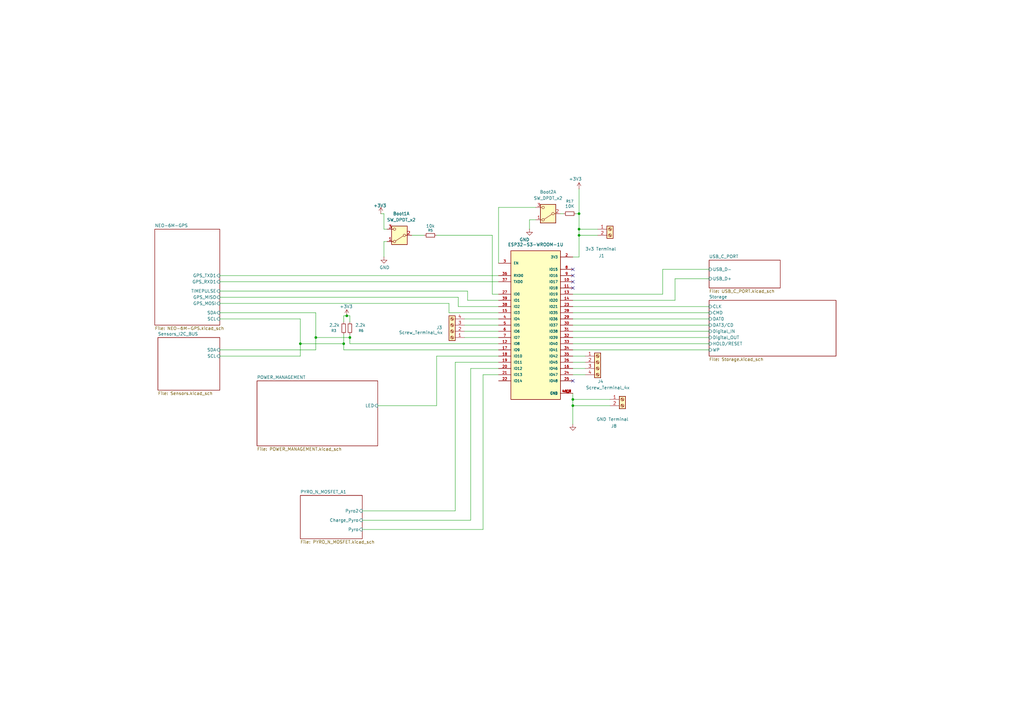
<source format=kicad_sch>
(kicad_sch (version 20250114) (generator "eeschema") (generator_version "9.0")
  (paper "A3")
  (title_block (title "Flight Computer") (date "2025-10-28") (rev "2.01") (company "TSK Rocket Labs"))
  (lib_symbols
    (symbol "Connector:Screw_Terminal_01x02" (pin_names (offset 1.016) (hide yes))
      (property "Reference" "J" (at 0 2.54 0))
      (property "Value" "Screw_Terminal_01x02" (at 0 -5.08 0))
      (symbol "Screw_Terminal_01x02_1_1"
        (rectangle (start -1.27 1.27) (end 1.27 -3.81) (stroke (width 0.254)) (fill (type background)))
        (polyline (pts (xy -0.5334 0.3302) (xy 0.3302 -0.508)) (stroke (width 0.1524)))
        (polyline (pts (xy -0.5334 -2.2098) (xy 0.3302 -3.048)) (stroke (width 0.1524)))
        (polyline (pts (xy -0.3556 0.508) (xy 0.508 -0.3302)) (stroke (width 0.1524)))
        (polyline (pts (xy -0.3556 -2.032) (xy 0.508 -2.8702)) (stroke (width 0.1524)))
        (circle (center 0 0) (radius 0.635) (stroke (width 0.1524)))
        (circle (center 0 -2.54) (radius 0.635) (stroke (width 0.1524)))
        (pin passive line (at -5.08 0 0) (length 3.81) (name "Pin_1") (number "1"))
        (pin passive line (at -5.08 -2.54 0) (length 3.81) (name "Pin_2") (number "2"))
      )
    )
    (symbol "Connector:Screw_Terminal_01x04" (pin_names (offset 1.016) (hide yes))
      (property "Reference" "J" (at 0 5.08 0))
      (property "Value" "Screw_Terminal_01x04" (at 0 -7.62 0))
      (symbol "Screw_Terminal_01x04_1_1"
        (rectangle (start -1.27 3.81) (end 1.27 -6.35) (stroke (width 0.254)) (fill (type background)))
        (polyline (pts (xy -0.5334 2.8702) (xy 0.3302 2.032)) (stroke (width 0.1524)))
        (polyline (pts (xy -0.5334 0.3302) (xy 0.3302 -0.508)) (stroke (width 0.1524)))
        (polyline (pts (xy -0.5334 -2.2098) (xy 0.3302 -3.048)) (stroke (width 0.1524)))
        (polyline (pts (xy -0.5334 -4.7498) (xy 0.3302 -5.588)) (stroke (width 0.1524)))
        (polyline (pts (xy -0.3556 3.048) (xy 0.508 2.2098)) (stroke (width 0.1524)))
        (polyline (pts (xy -0.3556 0.508) (xy 0.508 -0.3302)) (stroke (width 0.1524)))
        (polyline (pts (xy -0.3556 -2.032) (xy 0.508 -2.8702)) (stroke (width 0.1524)))
        (polyline (pts (xy -0.3556 -4.572) (xy 0.508 -5.4102)) (stroke (width 0.1524)))
        (circle (center 0 2.54) (radius 0.635) (stroke (width 0.1524)))
        (circle (center 0 0) (radius 0.635) (stroke (width 0.1524)))
        (circle (center 0 -2.54) (radius 0.635) (stroke (width 0.1524)))
        (circle (center 0 -5.08) (radius 0.635) (stroke (width 0.1524)))
        (pin passive line (at -5.08 2.54 0) (length 3.81) (name "Pin_1") (number "1"))
        (pin passive line (at -5.08 0 0) (length 3.81) (name "Pin_2") (number "2"))
        (pin passive line (at -5.08 -2.54 0) (length 3.81) (name "Pin_3") (number "3"))
        (pin passive line (at -5.08 -5.08 0) (length 3.81) (name "Pin_4") (number "4"))
      )
    )
    (symbol "Device:R_Small" (pin_numbers (hide yes)) (pin_names (offset 0.254) (hide yes))
      (property "Reference" "R" (at 0 0 90))
      (property "Value" "R_Small" (at 1.778 0 90))
      (symbol "R_Small_0_1"
        (rectangle (start -0.762 1.778) (end 0.762 -1.778) (stroke (width 0.2032)))
      )
      (symbol "R_Small_1_1"
        (pin passive line (at 0 2.54 270) (length 0.762) (name "~") (number "1"))
        (pin passive line (at 0 -2.54 90) (length 0.762) (name "~") (number "2"))
      )
    )
    (symbol "ESP32-S3-WROOM-1U:ESP32-S3-WROOM-1U" (pin_names (offset 1.016))
      (property "Reference" "U" (at -10.16 31.369 0))
      (property "Value" "ESP32-S3-WROOM-1U" (at -10.16 -33.02 0))
      (symbol "ESP32-S3-WROOM-1U_0_0"
        (rectangle (start -10.16 -30.48) (end 10.16 30.48) (stroke (width 0.254)) (fill (type background)))
        (pin input line (at -15.24 25.4 0) (length 5.08) (name "EN") (number "3"))
        (pin bidirectional line (at -15.24 20.32 0) (length 5.08) (name "RXD0") (number "36"))
        (pin bidirectional line (at -15.24 17.78 0) (length 5.08) (name "TXD0") (number "37"))
        (pin bidirectional line (at -15.24 12.7 0) (length 5.08) (name "IO0") (number "27"))
        (pin bidirectional line (at -15.24 10.16 0) (length 5.08) (name "IO1") (number "39"))
        (pin bidirectional line (at -15.24 7.62 0) (length 5.08) (name "IO2") (number "38"))
        (pin bidirectional line (at -15.24 5.08 0) (length 5.08) (name "IO3") (number "15"))
        (pin bidirectional line (at -15.24 2.54 0) (length 5.08) (name "IO4") (number "4"))
        (pin bidirectional line (at -15.24 0 0) (length 5.08) (name "IO5") (number "5"))
        (pin bidirectional line (at -15.24 -2.54 0) (length 5.08) (name "IO6") (number "6"))
        (pin bidirectional line (at -15.24 -5.08 0) (length 5.08) (name "IO7") (number "7"))
        (pin bidirectional line (at -15.24 -7.62 0) (length 5.08) (name "IO8") (number "12"))
        (pin bidirectional line (at -15.24 -10.16 0) (length 5.08) (name "IO9") (number "17"))
        (pin bidirectional line (at -15.24 -12.7 0) (length 5.08) (name "IO10") (number "18"))
        (pin bidirectional line (at -15.24 -15.24 0) (length 5.08) (name "IO11") (number "19"))
        (pin bidirectional line (at -15.24 -17.78 0) (length 5.08) (name "IO12") (number "20"))
        (pin bidirectional line (at -15.24 -20.32 0) (length 5.08) (name "IO13") (number "21"))
        (pin bidirectional line (at -15.24 -22.86 0) (length 5.08) (name "IO14") (number "22"))
        (pin power_in line (at 15.24 27.94 180) (length 5.08) (name "3V3") (number "2"))
        (pin bidirectional line (at 15.24 22.86 180) (length 5.08) (name "IO15") (number "8"))
        (pin bidirectional line (at 15.24 20.32 180) (length 5.08) (name "IO16") (number "9"))
        (pin bidirectional line (at 15.24 17.78 180) (length 5.08) (name "IO17") (number "10"))
        (pin bidirectional line (at 15.24 15.24 180) (length 5.08) (name "IO18") (number "11"))
        (pin bidirectional line (at 15.24 12.7 180) (length 5.08) (name "IO19") (number "13"))
        (pin bidirectional line (at 15.24 10.16 180) (length 5.08) (name "IO20") (number "14"))
        (pin bidirectional line (at 15.24 7.62 180) (length 5.08) (name "IO21") (number "23"))
        (pin bidirectional line (at 15.24 5.08 180) (length 5.08) (name "IO35") (number "28"))
        (pin bidirectional line (at 15.24 2.54 180) (length 5.08) (name "IO36") (number "29"))
        (pin bidirectional line (at 15.24 0 180) (length 5.08) (name "IO37") (number "30"))
        (pin bidirectional line (at 15.24 -2.54 180) (length 5.08) (name "IO38") (number "31"))
        (pin bidirectional line (at 15.24 -5.08 180) (length 5.08) (name "IO39") (number "32"))
        (pin bidirectional line (at 15.24 -7.62 180) (length 5.08) (name "IO40") (number "33"))
        (pin bidirectional line (at 15.24 -10.16 180) (length 5.08) (name "IO41") (number "34"))
        (pin bidirectional line (at 15.24 -12.7 180) (length 5.08) (name "IO42") (number "35"))
        (pin bidirectional line (at 15.24 -15.24 180) (length 5.08) (name "IO45") (number "26"))
        (pin bidirectional line (at 15.24 -17.78 180) (length 5.08) (name "IO46") (number "16"))
        (pin bidirectional line (at 15.24 -20.32 180) (length 5.08) (name "IO47") (number "24"))
        (pin bidirectional line (at 15.24 -22.86 180) (length 5.08) (name "IO48") (number "25"))
        (pin power_in line (at 15.24 -27.94 180) (length 5.08) (name "GND") (number "1"))
        (pin power_in line (at 15.24 -27.94 180) (length 5.08) (name "GND") (number "40"))
        (pin power_in line (at 15.24 -27.94 180) (length 5.08) (name "GND") (number "41_1"))
        (pin power_in line (at 15.24 -27.94 180) (length 5.08) (name "GND") (number "41_2"))
        (pin power_in line (at 15.24 -27.94 180) (length 5.08) (name "GND") (number "41_3"))
        (pin power_in line (at 15.24 -27.94 180) (length 5.08) (name "GND") (number "41_4"))
        (pin power_in line (at 15.24 -27.94 180) (length 5.08) (name "GND") (number "41_5"))
        (pin power_in line (at 15.24 -27.94 180) (length 5.08) (name "GND") (number "41_6"))
        (pin power_in line (at 15.24 -27.94 180) (length 5.08) (name "GND") (number "41_7"))
        (pin power_in line (at 15.24 -27.94 180) (length 5.08) (name "GND") (number "41_8"))
        (pin power_in line (at 15.24 -27.94 180) (length 5.08) (name "GND") (number "41_9"))
      )
    )
    (symbol "Switch:SW_DPDT_x2" (pin_names (offset 0) (hide yes))
      (property "Reference" "SW" (at 0 5.08 0))
      (property "Value" "SW_DPDT_x2" (at 0 -5.08 0))
      (symbol "SW_DPDT_x2_0_0"
        (circle (center -2.032 0) (radius 0.508))
        (circle (center 2.032 -2.54) (radius 0.508))
      )
      (symbol "SW_DPDT_x2_0_1"
        (rectangle (start -3.175 3.81) (end 3.175 -3.81) (stroke (width 0.254)) (fill (type background)))
        (polyline (pts (xy -1.524 0.254) (xy 1.5748 2.286)))
        (circle (center 2.032 2.54) (radius 0.508))
      )
      (symbol "SW_DPDT_x2_1_1"
        (pin passive line (at -5.08 0 0) (length 2.54) (name "B") (number "2"))
        (pin passive line (at 5.08 2.54 180) (length 2.54) (name "A") (number "1"))
        (pin passive line (at 5.08 -2.54 180) (length 2.54) (name "C") (number "3"))
      )
      (symbol "SW_DPDT_x2_2_1"
        (pin passive line (at -5.08 0 0) (length 2.54) (name "B") (number "5"))
        (pin passive line (at 5.08 2.54 180) (length 2.54) (name "A") (number "4"))
        (pin passive line (at 5.08 -2.54 180) (length 2.54) (name "C") (number "6"))
      )
    )
    (symbol "power:+3V3" (power) (pin_numbers (hide yes)) (pin_names (offset 0) (hide yes))
      (property "Value" "+3V3" (at 0 3.556 0))
      (symbol "+3V3_0_1"
        (polyline (pts (xy -0.762 1.27) (xy 0 2.54)))
        (polyline (pts (xy 0 2.54) (xy 0.762 1.27)))
        (polyline (pts (xy 0 0) (xy 0 2.54)))
      )
      (symbol "+3V3_1_1"
        (pin power_in line (at 0 0 90) (length 0) (name "~") (number "1"))
      )
    )
    (symbol "power:GND" (power) (pin_numbers (hide yes)) (pin_names (offset 0) (hide yes))
      (property "Value" "GND" (at 0 -3.81 0))
      (symbol "GND_0_1"
        (polyline (pts (xy 0 0) (xy 0 -1.27) (xy 1.27 -1.27) (xy 0 -2.54) (xy -1.27 -1.27) (xy 0 -1.27)))
      )
      (symbol "GND_1_1"
        (pin power_in line (at 0 0 270) (length 0) (name "~") (number "1"))
      )
    )
  )
  (junction (at 123.19 140.97))
  (junction (at 234.95 163.83))
  (junction (at 129.54 138.43))
  (junction (at 237.49 87.63))
  (junction (at 140.97 140.97))
  (junction (at 143.51 138.43))
  (junction (at 237.49 96.52))
  (junction (at 142.24 129.54))
  (junction (at 237.49 93.98))
  (junction (at 234.95 166.37))
  (no_connect (at 234.95 110.49))
  (no_connect (at 234.95 113.03))
  (no_connect (at 234.95 115.57))
  (no_connect (at 234.95 118.11))
  (no_connect (at 234.95 156.21))
  (wire (pts (xy 201.93 120.65) (xy 204.47 120.65)))
  (wire (pts (xy 245.11 93.98) (xy 237.49 93.98)))
  (wire (pts (xy 191.77 119.38) (xy 90.17 119.38)))
  (wire (pts (xy 237.49 77.47) (xy 237.49 87.63)))
  (wire (pts (xy 187.96 121.92) (xy 90.17 121.92)))
  (wire (pts (xy 90.17 130.81) (xy 123.19 130.81)))
  (wire (pts (xy 143.51 140.97) (xy 143.51 138.43)))
  (wire (pts (xy 143.51 129.54) (xy 143.51 132.08)))
  (wire (pts (xy 129.54 128.27) (xy 129.54 138.43)))
  (wire (pts (xy 237.49 96.52) (xy 237.49 105.41)))
  (wire (pts (xy 250.19 166.37) (xy 234.95 166.37)))
  (wire (pts (xy 234.95 128.27) (xy 290.83 128.27)))
  (wire (pts (xy 234.95 143.51) (xy 290.83 143.51)))
  (wire (pts (xy 157.48 93.98) (xy 158.75 93.98)))
  (wire (pts (xy 204.47 85.09) (xy 219.71 85.09)))
  (wire (pts (xy 237.49 87.63) (xy 237.49 93.98)))
  (wire (pts (xy 217.17 93.98) (xy 217.17 90.17)))
  (wire (pts (xy 179.07 166.37) (xy 179.07 146.05)))
  (wire (pts (xy 234.95 166.37) (xy 234.95 163.83)))
  (wire (pts (xy 157.48 105.41) (xy 157.48 99.06)))
  (wire (pts (xy 140.97 129.54) (xy 142.24 129.54)))
  (wire (pts (xy 142.24 129.54) (xy 143.51 129.54)))
  (wire (pts (xy 236.22 87.63) (xy 237.49 87.63)))
  (wire (pts (xy 229.87 87.63) (xy 231.14 87.63)))
  (wire (pts (xy 271.78 120.65) (xy 271.78 110.49)))
  (wire (pts (xy 240.03 153.67) (xy 234.95 153.67)))
  (wire (pts (xy 190.5 138.43) (xy 204.47 138.43)))
  (wire (pts (xy 204.47 128.27) (xy 184.15 128.27)))
  (wire (pts (xy 237.49 93.98) (xy 237.49 96.52)))
  (wire (pts (xy 168.91 96.52) (xy 173.99 96.52)))
  (wire (pts (xy 201.93 96.52) (xy 201.93 120.65)))
  (wire (pts (xy 140.97 132.08) (xy 140.97 129.54)))
  (wire (pts (xy 123.19 146.05) (xy 90.17 146.05)))
  (wire (pts (xy 276.86 114.3) (xy 276.86 123.19)))
  (wire (pts (xy 204.47 125.73) (xy 187.96 125.73)))
  (wire (pts (xy 186.69 209.55) (xy 186.69 148.59)))
  (wire (pts (xy 204.47 143.51) (xy 140.97 143.51)))
  (wire (pts (xy 240.03 146.05) (xy 234.95 146.05)))
  (wire (pts (xy 198.12 217.17) (xy 198.12 153.67)))
  (wire (pts (xy 276.86 114.3) (xy 290.83 114.3)))
  (wire (pts (xy 148.59 213.36) (xy 193.04 213.36)))
  (wire (pts (xy 198.12 153.67) (xy 204.47 153.67)))
  (wire (pts (xy 129.54 138.43) (xy 143.51 138.43)))
  (wire (pts (xy 123.19 140.97) (xy 140.97 140.97)))
  (wire (pts (xy 140.97 143.51) (xy 140.97 140.97)))
  (wire (pts (xy 217.17 90.17) (xy 219.71 90.17)))
  (wire (pts (xy 234.95 120.65) (xy 271.78 120.65)))
  (wire (pts (xy 193.04 151.13) (xy 204.47 151.13)))
  (wire (pts (xy 234.95 138.43) (xy 290.83 138.43)))
  (wire (pts (xy 240.03 151.13) (xy 234.95 151.13)))
  (wire (pts (xy 204.47 123.19) (xy 191.77 123.19)))
  (wire (pts (xy 250.19 163.83) (xy 234.95 163.83)))
  (wire (pts (xy 157.48 99.06) (xy 158.75 99.06)))
  (wire (pts (xy 190.5 135.89) (xy 204.47 135.89)))
  (wire (pts (xy 157.48 87.63) (xy 157.48 93.98)))
  (wire (pts (xy 234.95 140.97) (xy 290.83 140.97)))
  (wire (pts (xy 240.03 148.59) (xy 234.95 148.59)))
  (wire (pts (xy 245.11 96.52) (xy 237.49 96.52)))
  (wire (pts (xy 129.54 138.43) (xy 129.54 143.51)))
  (wire (pts (xy 204.47 140.97) (xy 143.51 140.97)))
  (wire (pts (xy 234.95 130.81) (xy 290.83 130.81)))
  (wire (pts (xy 204.47 85.09) (xy 204.47 107.95)))
  (wire (pts (xy 129.54 143.51) (xy 90.17 143.51)))
  (wire (pts (xy 90.17 115.57) (xy 204.47 115.57)))
  (wire (pts (xy 190.5 130.81) (xy 204.47 130.81)))
  (wire (pts (xy 187.96 125.73) (xy 187.96 121.92)))
  (wire (pts (xy 276.86 123.19) (xy 234.95 123.19)))
  (wire (pts (xy 234.95 166.37) (xy 234.95 173.99)))
  (wire (pts (xy 271.78 110.49) (xy 290.83 110.49)))
  (wire (pts (xy 234.95 135.89) (xy 290.83 135.89)))
  (wire (pts (xy 148.59 217.17) (xy 198.12 217.17)))
  (wire (pts (xy 186.69 148.59) (xy 204.47 148.59)))
  (wire (pts (xy 90.17 113.03) (xy 204.47 113.03)))
  (wire (pts (xy 234.95 163.83) (xy 234.95 161.29)))
  (wire (pts (xy 154.94 166.37) (xy 179.07 166.37)))
  (wire (pts (xy 190.5 133.35) (xy 204.47 133.35)))
  (wire (pts (xy 143.51 137.16) (xy 143.51 138.43)))
  (wire (pts (xy 123.19 130.81) (xy 123.19 140.97)))
  (wire (pts (xy 184.15 124.46) (xy 90.17 124.46)))
  (wire (pts (xy 234.95 133.35) (xy 290.83 133.35)))
  (wire (pts (xy 179.07 96.52) (xy 201.93 96.52)))
  (wire (pts (xy 157.48 87.63) (xy 156.21 87.63)))
  (wire (pts (xy 140.97 137.16) (xy 140.97 140.97)))
  (wire (pts (xy 90.17 128.27) (xy 129.54 128.27)))
  (wire (pts (xy 179.07 146.05) (xy 204.47 146.05)))
  (wire (pts (xy 184.15 128.27) (xy 184.15 124.46)))
  (wire (pts (xy 191.77 123.19) (xy 191.77 119.38)))
  (wire (pts (xy 193.04 213.36) (xy 193.04 151.13)))
  (wire (pts (xy 234.95 105.41) (xy 237.49 105.41)))
  (wire (pts (xy 234.95 125.73) (xy 290.83 125.73)))
  (wire (pts (xy 123.19 140.97) (xy 123.19 146.05)))
  (wire (pts (xy 148.59 209.55) (xy 186.69 209.55)))
  (symbol (lib_id "Connector:Screw_Terminal_01x02") (at 255.27 163.83 0) (unit 1)
    (property "Reference" "J8" (at 252.984 174.752 0) (effects (justify right)))
    (property "Value" "GND Terminal" (at 257.8101 171.958 0) (effects (justify right)))
    (property "Footprint" "TerminalBlock:TerminalBlock_MaiXu_MX126-5.0-02P_1x02_P5.00mm" (effects (hide yes)))
    (property "Description" "Generic screw terminal, single row, 01x02, script generated (kicad-library-utils/schlib/autogen/connector/)" (effects (hide yes)))
  )
  (symbol (lib_id "power:+3V3") (at 142.24 129.54 0) (unit 1)
    (property "Reference" "#PWR030" (effects (hide yes)))
    (property "Value" "+3V3" (at 141.986 125.73 0))
    (property "Description" "Power symbol creates a global label with name \"+3V3\"" (effects (hide yes)))
  )
  (symbol (lib_id "ESP32-S3-WROOM-1U:ESP32-S3-WROOM-1U") (at 219.71 133.35 0) (unit 1)
    (property "Reference" "ESP32S3" (effects (hide yes)))
    (property "Value" "ESP32-S3-WROOM-1U" (at 219.71 100.33 0))
    (property "Footprint" "RF_Module:ESP32-S3-WROOM-1U" (effects (hide yes)))
    (property "MF" "Espressif Systems" (effects (hide yes)))
    (property "MAXIMUM_PACKAGE_HEIGHT" "3.35mm" (effects (hide yes)))
    (property "Package" "SMD-41 Espressif Systems" (effects (hide yes)))
    (property "Price" "None" (effects (hide yes)))
    (property "Check_prices" "https://www.snapeda.com/parts/ESP32-S3-WROOM-1U/Espressif+Systems/view-part/?ref=eda" (effects (hide yes)))
    (property "STANDARD" "Manufacturer Recommendations" (effects (hide yes)))
    (property "PARTREV" "v0.6" (effects (hide yes)))
    (property "SnapEDA_Link" "https://www.snapeda.com/parts/ESP32-S3-WROOM-1U/Espressif+Systems/view-part/?ref=snap" (effects (hide yes)))
    (property "MP" "ESP32-S3-WROOM-1U" (effects (hide yes)))
    (property "Description_1" "2.4 GHz Wi-Fi (802.11 b/g/n) and Bluetooth 5 (LE) module" (effects (hide yes)))
    (property "Availability" "Not in stock" (effects (hide yes)))
    (property "MANUFACTURER" "Espressif" (effects (hide yes)))
  )
  (symbol (lib_id "power:+3V3") (at 156.21 87.63 0) (unit 1)
    (property "Reference" "#PWR024" (effects (hide yes)))
    (property "Value" "+3V3" (at 153.162 84.328 0) (effects (justify left)))
    (property "Description" "Power symbol creates a global label with name \"+3V3\"" (effects (hide yes)))
  )
  (symbol (lib_id "power:+3V3") (at 237.49 77.47 0) (unit 1)
    (property "Reference" "#PWR020" (effects (hide yes)))
    (property "Value" "+3V3" (at 235.966 73.406 0))
    (property "Description" "Power symbol creates a global label with name \"+3V3\"" (effects (hide yes)))
  )
  (symbol (lib_id "Connector:Screw_Terminal_01x04") (at 185.42 135.89 180) (unit 1)
    (property "Reference" "J3" (at 181.356 134.366 0) (effects (justify left)))
    (property "Value" "Screw_Terminal_4x" (at 181.61 136.3979 0) (effects (justify left)))
    (property "Footprint" "TerminalBlock:TerminalBlock_MaiXu_MX126-5.0-04P_1x04_P5.00mm" (effects (hide yes)))
    (property "Description" "Generic screw terminal, single row, 01x04, script generated (kicad-library-utils/schlib/autogen/connector/)" (effects (hide yes)))
  )
  (symbol (lib_id "Connector:Screw_Terminal_01x04") (at 245.11 148.59 0) (unit 1)
    (property "Reference" "J4" (at 245.11 156.464 0) (effects (justify left)))
    (property "Value" "Screw_Terminal_4x" (at 240.284 159.004 0) (effects (justify left)))
    (property "Footprint" "TerminalBlock:TerminalBlock_MaiXu_MX126-5.0-04P_1x04_P5.00mm" (effects (hide yes)))
    (property "Description" "Generic screw terminal, single row, 01x04, script generated (kicad-library-utils/schlib/autogen/connector/)" (effects (hide yes)))
  )
  (symbol (lib_id "Device:R_Small") (at 140.97 134.62 180) (unit 1)
    (property "Reference" "R3" (at 136.906 135.636 0) (effects (font (size 1.016 1.016))))
    (property "Value" "2.2k" (at 137.16 133.35 0))
    (property "Footprint" "Resistor:R0402" (effects (hide yes)))
    (property "Description" "Resistor, small symbol" (effects (hide yes)))
  )
  (symbol (lib_id "Device:R_Small") (at 176.53 96.52 90) (unit 1)
    (property "Reference" "R5" (at 176.53 94.488 90) (effects (font (size 1.016 1.016))))
    (property "Value" "10k" (at 176.53 92.71 90))
    (property "Footprint" "Resistor:R0402" (effects (hide yes)))
    (property "Description" "Resistor, small symbol" (effects (hide yes)))
  )
  (symbol (lib_id "Device:R_Small") (at 233.68 87.63 90) (unit 1)
    (property "Reference" "R17" (at 233.68 82.55 90) (effects (font (size 1.016 1.016))))
    (property "Value" "10K" (at 233.68 84.582 90))
    (property "Footprint" "Resistor:R0402" (effects (hide yes)))
    (property "Description" "Resistor, small symbol" (effects (hide yes)))
  )
  (symbol (lib_id "power:GND") (at 234.95 173.99 0) (unit 1)
    (property "Reference" "#PWR02" (effects (hide yes)))
    (property "Value" "GND" (effects (hide yes)))
    (property "Description" "Power symbol creates a global label with name \"GND\" , ground" (effects (hide yes)))
  )
  (symbol (lib_id "power:GND") (at 217.17 93.98 0) (unit 1)
    (property "Reference" "#PWR057" (effects (hide yes)))
    (property "Value" "GND" (at 217.17 98.298 0) (effects (justify right)))
    (property "Description" "Power symbol creates a global label with name \"GND\" , ground" (effects (hide yes)))
  )
  (symbol (lib_id "Connector:Screw_Terminal_01x02") (at 250.19 93.98 0) (unit 1)
    (property "Reference" "J1" (at 247.904 104.902 0) (effects (justify right)))
    (property "Value" "3v3 Terminal" (at 252.7301 102.108 0) (effects (justify right)))
    (property "Footprint" "TerminalBlock:TerminalBlock_MaiXu_MX126-5.0-02P_1x02_P5.00mm" (effects (hide yes)))
    (property "Description" "Generic screw terminal, single row, 01x02, script generated (kicad-library-utils/schlib/autogen/connector/)" (effects (hide yes)))
  )
  (symbol (lib_id "Switch:SW_DPDT_x2") (at 224.79 87.63 180) (unit 1)
    (property "Reference" "Boot2" (at 224.79 78.74 0))
    (property "Value" "SW_DPDT_x2" (at 224.79 81.28 0))
    (property "Footprint" "Button_Switch_SMD:SW_DPDT_CK_JS202011JCQN" (effects (hide yes)))
    (property "Description" "Switch, dual pole double throw, separate symbols" (effects (hide yes)))
  )
  (symbol (lib_id "power:GND") (at 157.48 105.41 0) (unit 1)
    (property "Reference" "#PWR023" (effects (hide yes)))
    (property "Value" "GND" (at 159.766 109.728 0) (effects (justify right)))
    (property "Description" "Power symbol creates a global label with name \"GND\" , ground" (effects (hide yes)))
  )
  (symbol (lib_id "Switch:SW_DPDT_x2") (at 163.83 96.52 180) (unit 1)
    (property "Reference" "Boot1" (at 164.592 87.63 0))
    (property "Value" "SW_DPDT_x2" (at 164.592 90.17 0))
    (property "Footprint" "Button_Switch_SMD:SW_DPDT_CK_JS202011JCQN" (effects (hide yes)))
    (property "Description" "Switch, dual pole double throw, separate symbols" (effects (hide yes)))
  )
  (symbol (lib_id "Device:R_Small") (at 143.51 134.62 180) (unit 1)
    (property "Reference" "R6" (at 148.082 135.636 0) (effects (font (size 1.016 1.016))))
    (property "Value" "2.2k" (at 147.828 133.35 0))
    (property "Footprint" "Resistor:R0402" (effects (hide yes)))
    (property "Description" "Resistor, small symbol" (effects (hide yes)))
  )
  (sheet (at 64.77 138.43) (size 25.4 21.59) (stroke (width 0.1524))
    (property "Sheetname" "Sensors_I2C_BUS" (at 64.77 137.7184 0) (effects (justify left bottom)))
    (property "Sheetfile" "Sensors.kicad_sch" (at 64.77 160.6046 0) (effects (justify left top)))
    (pin "SCL" input (at 90.17 146.05 0))
    (pin "SDA" input (at 90.17 143.51 0))
  )
  (sheet (at 290.83 106.68) (size 29.21 11.43) (stroke (width 0.1524))
    (property "Sheetname" "USB_C_PORT" (at 290.83 105.9684 0) (effects (justify left bottom)))
    (property "Sheetfile" "USB_C_PORT.kicad_sch" (at 290.83 118.6946 0) (effects (justify left top)))
    (pin "USB_D+" input (at 290.83 114.3 180))
    (pin "USB_D-" input (at 290.83 110.49 180))
  )
  (sheet (at 105.41 156.21) (size 49.53 26.67) (stroke (width 0.1524))
    (property "Sheetname" "POWER_MANAGEMENT" (at 105.41 155.4984 0) (effects (justify left bottom)))
    (property "Sheetfile" "POWER_MANAGEMENT.kicad_sch" (at 105.41 183.4646 0) (effects (justify left top)))
    (pin "LED" input (at 154.94 166.37 0))
  )
  (sheet (at 290.83 123.19) (size 52.07 22.86) (stroke (width 0.1524))
    (property "Sheetname" "Storage" (at 290.83 122.4784 0) (effects (justify left bottom)))
    (property "Sheetfile" "Storage.kicad_sch" (at 290.83 146.6346 0) (effects (justify left top)))
    (pin "CLK" input (at 290.83 125.73 180))
    (pin "CMD" input (at 290.83 128.27 180))
    (pin "DAT0" input (at 290.83 130.81 180))
    (pin "DAT3{slash}CD" input (at 290.83 133.35 180))
    (pin "Digital_IN" input (at 290.83 135.89 180))
    (pin "Digital_OUT" input (at 290.83 138.43 180))
    (pin "HOLD{slash}RESET" input (at 290.83 140.97 180))
    (pin "WP" input (at 290.83 143.51 180))
  )
  (sheet (at 123.19 203.2) (size 25.4 17.78) (stroke (width 0.1524))
    (property "Sheetname" "PYRO_N_MOSFET_A1" (at 123.19 202.4884 0) (effects (justify left bottom)))
    (property "Sheetfile" "PYRO_N_MOSFET.kicad_sch" (at 123.19 221.5646 0) (effects (justify left top)))
    (pin "Pyro" input (at 148.59 217.17 0))
    (pin "Charge_Pyro" input (at 148.59 213.36 0))
    (pin "Pyro2" input (at 148.59 209.55 0))
  )
  (sheet (at 63.5 93.98) (size 26.67 39.37) (stroke (width 0.1524))
    (property "Sheetname" "NEO-6M-GPS" (at 63.5 93.2684 0) (effects (justify left bottom)))
    (property "Sheetfile" "NEO-6M-GPS.kicad_sch" (at 63.5 133.9346 0) (effects (justify left top)))
    (pin "GPS_MISO" input (at 90.17 121.92 0))
    (pin "GPS_MOSI" input (at 90.17 124.46 0))
    (pin "GPS_RXD1" input (at 90.17 115.57 0))
    (pin "GPS_TXD1" input (at 90.17 113.03 0))
    (pin "SCL" input (at 90.17 130.81 0))
    (pin "SDA" input (at 90.17 128.27 0))
    (pin "TIMEPULSE" input (at 90.17 119.38 0))
  )
)
</source>
